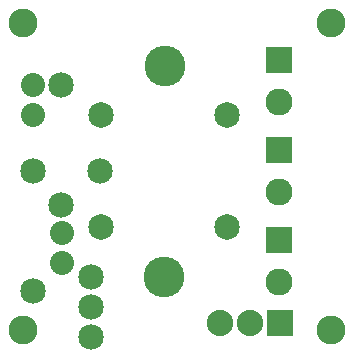
<source format=gbs>
G04 MADE WITH FRITZING*
G04 WWW.FRITZING.ORG*
G04 DOUBLE SIDED*
G04 HOLES PLATED*
G04 CONTOUR ON CENTER OF CONTOUR VECTOR*
%ASAXBY*%
%FSLAX23Y23*%
%MOIN*%
%OFA0B0*%
%SFA1.0B1.0*%
%ADD10C,0.085118*%
%ADD11C,0.084803*%
%ADD12C,0.135984*%
%ADD13C,0.085000*%
%ADD14C,0.090000*%
%ADD15C,0.080000*%
%ADD16C,0.088000*%
%ADD17C,0.096614*%
%ADD18R,0.090000X0.090000*%
%ADD19R,0.088000X0.088000*%
%LNMASK0*%
G90*
G70*
G54D10*
X759Y795D03*
X337Y795D03*
X337Y421D03*
X759Y421D03*
G54D11*
X336Y610D03*
G54D12*
X550Y960D03*
G54D13*
X206Y895D03*
X206Y495D03*
G54D12*
X549Y255D03*
G54D13*
X110Y208D03*
X110Y608D03*
G54D14*
X933Y377D03*
X933Y239D03*
G54D13*
X306Y256D03*
X306Y156D03*
X306Y56D03*
G54D15*
X110Y795D03*
X110Y895D03*
X207Y401D03*
X207Y301D03*
G54D16*
X934Y101D03*
X834Y101D03*
X734Y101D03*
G54D14*
X933Y677D03*
X933Y539D03*
X933Y977D03*
X933Y839D03*
G54D17*
X1104Y1103D03*
X1104Y77D03*
X78Y77D03*
X78Y1103D03*
G54D18*
X933Y377D03*
G54D19*
X934Y101D03*
G54D18*
X933Y677D03*
X933Y977D03*
G04 End of Mask0*
M02*
</source>
